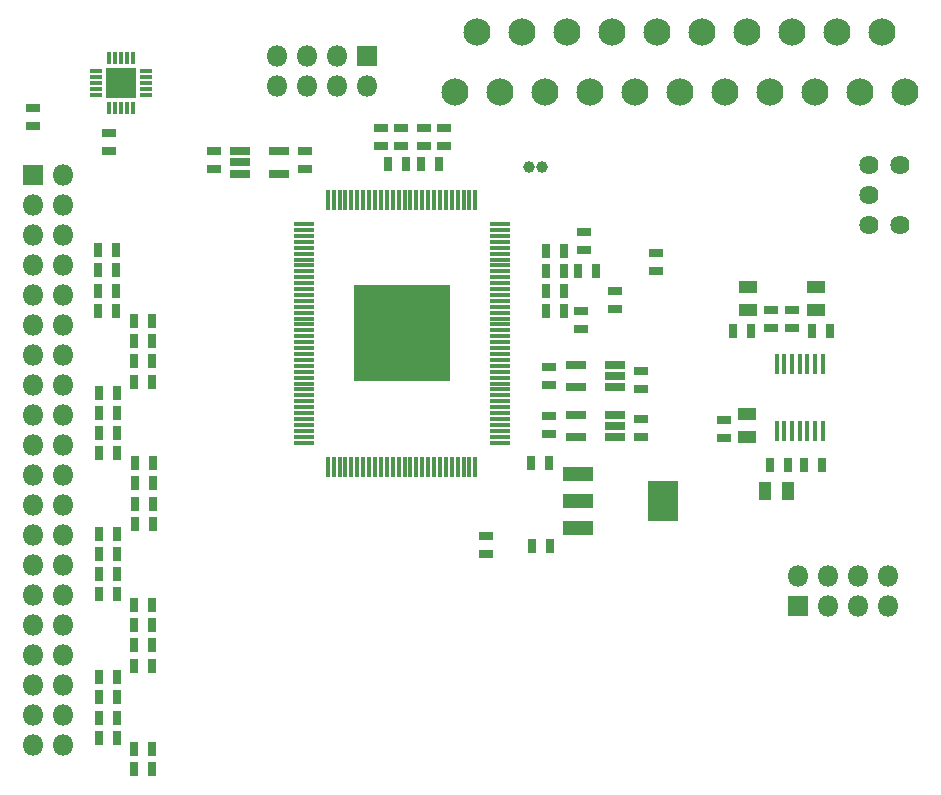
<source format=gts>
G04 #@! TF.GenerationSoftware,KiCad,Pcbnew,5.0.1+dfsg1-3*
G04 #@! TF.CreationDate,2018-12-17T22:42:35+02:00*
G04 #@! TF.ProjectId,isl_board,69736C5F626F6172642E6B696361645F,rev?*
G04 #@! TF.SameCoordinates,Original*
G04 #@! TF.FileFunction,Soldermask,Top*
G04 #@! TF.FilePolarity,Negative*
%FSLAX46Y46*%
G04 Gerber Fmt 4.6, Leading zero omitted, Abs format (unit mm)*
G04 Created by KiCad (PCBNEW 5.0.1+dfsg1-3) date 2018-12-17T22:42:35 EET*
%MOMM*%
%LPD*%
G01*
G04 APERTURE LIST*
%ADD10C,2.301600*%
%ADD11R,1.498600X0.990600*%
%ADD12R,0.990600X1.498600*%
%ADD13C,1.625600*%
%ADD14R,1.244600X0.736600*%
%ADD15R,0.736600X1.244600*%
%ADD16R,1.801600X1.801600*%
%ADD17O,1.801600X1.801600*%
%ADD18R,0.457200X1.778000*%
%ADD19C,2.351600*%
%ADD20R,1.101600X0.401600*%
%ADD21R,0.401600X1.101600*%
%ADD22R,2.601600X2.601600*%
%ADD23R,2.501600X1.301600*%
%ADD24R,2.501600X3.401600*%
%ADD25R,1.661600X0.751600*%
%ADD26C,1.001600*%
%ADD27R,0.401600X1.701600*%
%ADD28R,1.701600X0.401600*%
%ADD29R,8.101600X8.101600*%
%ADD30C,1.101600*%
G04 APERTURE END LIST*
D10*
G04 #@! TO.C,J4*
X58250000Y-30500000D03*
X60155000Y-35580000D03*
X62060000Y-30500000D03*
X63965000Y-35580000D03*
X65870000Y-30500000D03*
X67775000Y-35580000D03*
X69680000Y-30500000D03*
X71585000Y-35580000D03*
X73490000Y-30500000D03*
X75395000Y-35580000D03*
X77300000Y-30500000D03*
X79205000Y-35580000D03*
X92540000Y-30500000D03*
X83015000Y-35580000D03*
X81110000Y-30500000D03*
X86825000Y-35580000D03*
X84920000Y-30500000D03*
X90635000Y-35580000D03*
X88730000Y-30500000D03*
X94445000Y-35580000D03*
X56345000Y-35580000D03*
G04 #@! TD*
D11*
G04 #@! TO.C,C50*
X86930000Y-52107500D03*
X86930000Y-54012500D03*
G04 #@! TD*
G04 #@! TO.C,C49*
X81150000Y-53982500D03*
X81150000Y-52077500D03*
G04 #@! TD*
G04 #@! TO.C,C45*
X81090000Y-62847500D03*
X81090000Y-64752500D03*
G04 #@! TD*
D12*
G04 #@! TO.C,C46*
X84512500Y-69320000D03*
X82607500Y-69320000D03*
G04 #@! TD*
D13*
G04 #@! TO.C,J3*
X91390000Y-41710000D03*
X91390000Y-44250000D03*
X91390000Y-46790000D03*
X94015000Y-46790000D03*
X94015000Y-41710000D03*
G04 #@! TD*
D14*
G04 #@! TO.C,R38*
X58960000Y-74702000D03*
X58960000Y-73178000D03*
G04 #@! TD*
D15*
G04 #@! TO.C,R25*
X26208000Y-61000000D03*
X27732000Y-61000000D03*
G04 #@! TD*
G04 #@! TO.C,R21*
X29238000Y-72120000D03*
X30762000Y-72120000D03*
G04 #@! TD*
G04 #@! TO.C,R23*
X29238000Y-66990000D03*
X30762000Y-66990000D03*
G04 #@! TD*
G04 #@! TO.C,R34*
X29208000Y-58360000D03*
X30732000Y-58360000D03*
G04 #@! TD*
G04 #@! TO.C,R27*
X29208000Y-56650000D03*
X30732000Y-56650000D03*
G04 #@! TD*
G04 #@! TO.C,R31*
X29238000Y-70410000D03*
X30762000Y-70410000D03*
G04 #@! TD*
G04 #@! TO.C,R22*
X29238000Y-68700000D03*
X30762000Y-68700000D03*
G04 #@! TD*
G04 #@! TO.C,R32*
X26208000Y-66130000D03*
X27732000Y-66130000D03*
G04 #@! TD*
G04 #@! TO.C,R33*
X26208000Y-62710000D03*
X27732000Y-62710000D03*
G04 #@! TD*
G04 #@! TO.C,R24*
X26208000Y-64420000D03*
X27732000Y-64420000D03*
G04 #@! TD*
G04 #@! TO.C,R28*
X29208000Y-54940000D03*
X30732000Y-54940000D03*
G04 #@! TD*
G04 #@! TO.C,R26*
X29208000Y-60070000D03*
X30732000Y-60070000D03*
G04 #@! TD*
D16*
G04 #@! TO.C,J2*
X85400000Y-79050000D03*
D17*
X85400000Y-76510000D03*
X87940000Y-79050000D03*
X87940000Y-76510000D03*
X90480000Y-79050000D03*
X90480000Y-76510000D03*
X93020000Y-79050000D03*
X93020000Y-76510000D03*
G04 #@! TD*
D14*
G04 #@! TO.C,R48*
X20630000Y-38444000D03*
X20630000Y-36920000D03*
G04 #@! TD*
D17*
G04 #@! TO.C,J5*
X41250000Y-35040000D03*
X41250000Y-32500000D03*
X43790000Y-35040000D03*
X43790000Y-32500000D03*
X46330000Y-35040000D03*
X46330000Y-32500000D03*
X48870000Y-35040000D03*
D16*
X48870000Y-32500000D03*
G04 #@! TD*
D18*
G04 #@! TO.C,U7*
X83589999Y-64259400D03*
X84240000Y-64259400D03*
X84890001Y-64259400D03*
X85540000Y-64259400D03*
X86189999Y-64259400D03*
X86840000Y-64259400D03*
X87489999Y-64259400D03*
X87490001Y-58620600D03*
X86840000Y-58620600D03*
X86190001Y-58620600D03*
X85540000Y-58620600D03*
X84890001Y-58620600D03*
X84240000Y-58620600D03*
X83590001Y-58620600D03*
G04 #@! TD*
D14*
G04 #@! TO.C,C42*
X79140000Y-63328000D03*
X79140000Y-64852000D03*
G04 #@! TD*
D15*
G04 #@! TO.C,C44*
X87432000Y-67130000D03*
X85908000Y-67130000D03*
G04 #@! TD*
G04 #@! TO.C,C43*
X83048000Y-67130000D03*
X84572000Y-67130000D03*
G04 #@! TD*
D14*
G04 #@! TO.C,C51*
X27090000Y-40522000D03*
X27090000Y-38998000D03*
G04 #@! TD*
D15*
G04 #@! TO.C,C48*
X88102000Y-55800000D03*
X86578000Y-55800000D03*
G04 #@! TD*
G04 #@! TO.C,C47*
X81442000Y-55770000D03*
X79918000Y-55770000D03*
G04 #@! TD*
D14*
G04 #@! TO.C,R46*
X83130000Y-54008000D03*
X83130000Y-55532000D03*
G04 #@! TD*
G04 #@! TO.C,R47*
X84920000Y-55532000D03*
X84920000Y-54008000D03*
G04 #@! TD*
D19*
G04 #@! TO.C,U6*
X28090053Y-34782843D03*
D20*
X25975053Y-35782843D03*
X25975053Y-35282843D03*
X25975053Y-34782843D03*
X25975053Y-34282843D03*
X25975053Y-33782843D03*
D21*
X27090053Y-32667843D03*
X27590053Y-32667843D03*
X28090053Y-32667843D03*
X28590053Y-32667843D03*
X29090053Y-32667843D03*
D20*
X30205053Y-33782843D03*
X30205053Y-34282843D03*
X30205053Y-34782843D03*
X30205053Y-35282843D03*
X30205053Y-35782843D03*
D21*
X29090053Y-36897843D03*
X28590053Y-36897843D03*
X28090053Y-36897843D03*
X27590053Y-36897843D03*
X27090053Y-36897843D03*
D22*
X28090053Y-34782843D03*
G04 #@! TD*
D14*
G04 #@! TO.C,C1*
X72120000Y-64752000D03*
X72120000Y-63228000D03*
G04 #@! TD*
G04 #@! TO.C,C2*
X72090000Y-60732000D03*
X72090000Y-59208000D03*
G04 #@! TD*
G04 #@! TO.C,C3*
X35930000Y-40568000D03*
X35930000Y-42092000D03*
G04 #@! TD*
D15*
G04 #@! TO.C,C4*
X64312000Y-66960000D03*
X62788000Y-66960000D03*
G04 #@! TD*
G04 #@! TO.C,C5*
X64382000Y-73990000D03*
X62858000Y-73990000D03*
G04 #@! TD*
D14*
G04 #@! TO.C,C6*
X64290000Y-64542000D03*
X64290000Y-63018000D03*
G04 #@! TD*
G04 #@! TO.C,C7*
X64300000Y-60352000D03*
X64300000Y-58828000D03*
G04 #@! TD*
G04 #@! TO.C,C8*
X43640000Y-40548000D03*
X43640000Y-42072000D03*
G04 #@! TD*
D15*
G04 #@! TO.C,C13*
X64048000Y-54110000D03*
X65572000Y-54110000D03*
G04 #@! TD*
G04 #@! TO.C,C20*
X68322000Y-50690000D03*
X66798000Y-50690000D03*
G04 #@! TD*
G04 #@! TO.C,C22*
X65572000Y-52400000D03*
X64048000Y-52400000D03*
G04 #@! TD*
G04 #@! TO.C,C23*
X65572000Y-48980000D03*
X64048000Y-48980000D03*
G04 #@! TD*
D14*
G04 #@! TO.C,C27*
X50080000Y-38588000D03*
X50080000Y-40112000D03*
G04 #@! TD*
G04 #@! TO.C,C30*
X55440000Y-38598000D03*
X55440000Y-40122000D03*
G04 #@! TD*
D16*
G04 #@! TO.C,J1*
X20630000Y-42600000D03*
D17*
X23170000Y-42600000D03*
X20630000Y-45140000D03*
X23170000Y-45140000D03*
X20630000Y-47680000D03*
X23170000Y-47680000D03*
X20630000Y-50220000D03*
X23170000Y-50220000D03*
X20630000Y-52760000D03*
X23170000Y-52760000D03*
X20630000Y-55300000D03*
X23170000Y-55300000D03*
X20630000Y-57840000D03*
X23170000Y-57840000D03*
X20630000Y-60380000D03*
X23170000Y-60380000D03*
X20630000Y-62920000D03*
X23170000Y-62920000D03*
X20630000Y-65460000D03*
X23170000Y-65460000D03*
X20630000Y-68000000D03*
X23170000Y-68000000D03*
X20630000Y-70540000D03*
X23170000Y-70540000D03*
X20630000Y-73080000D03*
X23170000Y-73080000D03*
X20630000Y-75620000D03*
X23170000Y-75620000D03*
X20630000Y-78160000D03*
X23170000Y-78160000D03*
X20630000Y-80700000D03*
X23170000Y-80700000D03*
X20630000Y-83240000D03*
X23170000Y-83240000D03*
X20630000Y-85780000D03*
X23170000Y-85780000D03*
X20630000Y-88320000D03*
X23170000Y-88320000D03*
X20630000Y-90860000D03*
X23170000Y-90860000D03*
G04 #@! TD*
D15*
G04 #@! TO.C,R1*
X65572000Y-50690000D03*
X64048000Y-50690000D03*
G04 #@! TD*
G04 #@! TO.C,R2*
X29138000Y-92850000D03*
X30662000Y-92850000D03*
G04 #@! TD*
G04 #@! TO.C,R3*
X29138000Y-91140000D03*
X30662000Y-91140000D03*
G04 #@! TD*
G04 #@! TO.C,R4*
X26198000Y-90240000D03*
X27722000Y-90240000D03*
G04 #@! TD*
G04 #@! TO.C,R5*
X26198000Y-88530000D03*
X27722000Y-88530000D03*
G04 #@! TD*
G04 #@! TO.C,R6*
X26198000Y-86820000D03*
X27722000Y-86820000D03*
G04 #@! TD*
G04 #@! TO.C,R7*
X26198000Y-85110000D03*
X27722000Y-85110000D03*
G04 #@! TD*
D14*
G04 #@! TO.C,R8*
X51810000Y-38588000D03*
X51810000Y-40112000D03*
G04 #@! TD*
D15*
G04 #@! TO.C,R9*
X52222000Y-41640000D03*
X50698000Y-41640000D03*
G04 #@! TD*
G04 #@! TO.C,R11*
X29178000Y-84130000D03*
X30702000Y-84130000D03*
G04 #@! TD*
G04 #@! TO.C,R12*
X29178000Y-82410000D03*
X30702000Y-82410000D03*
G04 #@! TD*
D14*
G04 #@! TO.C,R13*
X53720000Y-38598000D03*
X53720000Y-40122000D03*
G04 #@! TD*
D15*
G04 #@! TO.C,R14*
X53448000Y-41640000D03*
X54972000Y-41640000D03*
G04 #@! TD*
G04 #@! TO.C,R15*
X29178000Y-80690000D03*
X30702000Y-80690000D03*
G04 #@! TD*
G04 #@! TO.C,R16*
X29178000Y-78980000D03*
X30702000Y-78980000D03*
G04 #@! TD*
G04 #@! TO.C,R17*
X26208000Y-78100000D03*
X27732000Y-78100000D03*
G04 #@! TD*
G04 #@! TO.C,R18*
X26208000Y-76390000D03*
X27732000Y-76390000D03*
G04 #@! TD*
G04 #@! TO.C,R19*
X26208000Y-74680000D03*
X27732000Y-74680000D03*
G04 #@! TD*
G04 #@! TO.C,R20*
X26208000Y-72970000D03*
X27732000Y-72970000D03*
G04 #@! TD*
G04 #@! TO.C,R29*
X26168000Y-52370000D03*
X27692000Y-52370000D03*
G04 #@! TD*
G04 #@! TO.C,R30*
X26168000Y-48950000D03*
X27692000Y-48950000D03*
G04 #@! TD*
G04 #@! TO.C,R35*
X26168000Y-54080000D03*
X27692000Y-54080000D03*
G04 #@! TD*
G04 #@! TO.C,R36*
X26168000Y-50660000D03*
X27692000Y-50660000D03*
G04 #@! TD*
D14*
G04 #@! TO.C,R41*
X67040000Y-54098000D03*
X67040000Y-55622000D03*
G04 #@! TD*
G04 #@! TO.C,R42*
X69860000Y-52398000D03*
X69860000Y-53922000D03*
G04 #@! TD*
G04 #@! TO.C,R43*
X73360000Y-50682000D03*
X73360000Y-49158000D03*
G04 #@! TD*
G04 #@! TO.C,R44*
X67250000Y-48972000D03*
X67250000Y-47448000D03*
G04 #@! TD*
D23*
G04 #@! TO.C,U1*
X66780000Y-70210000D03*
X66780000Y-67910000D03*
X66780000Y-72510000D03*
D24*
X73980000Y-70210000D03*
G04 #@! TD*
D25*
G04 #@! TO.C,U2*
X69920000Y-64770000D03*
X69920000Y-63820000D03*
X69920000Y-62870000D03*
X66620000Y-62870000D03*
X66620000Y-64770000D03*
G04 #@! TD*
G04 #@! TO.C,U3*
X69920000Y-60530000D03*
X69920000Y-59580000D03*
X69920000Y-58630000D03*
X66620000Y-58630000D03*
X66620000Y-60530000D03*
G04 #@! TD*
G04 #@! TO.C,U4*
X38130000Y-40560000D03*
X38130000Y-41510000D03*
X38130000Y-42460000D03*
X41430000Y-42460000D03*
X41430000Y-40560000D03*
G04 #@! TD*
D26*
G04 #@! TO.C,Y1*
X63750000Y-41910000D03*
X62650000Y-41910000D03*
G04 #@! TD*
D27*
G04 #@! TO.C,U5*
X50580000Y-67290000D03*
X50080000Y-67290000D03*
X49580000Y-67290000D03*
X49080000Y-67290000D03*
X48580000Y-67290000D03*
X48080000Y-67290000D03*
X47580000Y-67290000D03*
X47080000Y-67290000D03*
X46580000Y-67290000D03*
X46080000Y-67290000D03*
X45580000Y-67290000D03*
D28*
X43530000Y-50240000D03*
X43530000Y-49740000D03*
X43530000Y-49240000D03*
X43530000Y-48740000D03*
X43530000Y-48240000D03*
X43530000Y-47740000D03*
X43530000Y-47240000D03*
X43530000Y-46740000D03*
D27*
X57080000Y-44690000D03*
X57580000Y-44690000D03*
X58080000Y-44690000D03*
D28*
X60130000Y-46740000D03*
X60130000Y-47240000D03*
X60130000Y-65240000D03*
X60130000Y-64740000D03*
X60130000Y-64240000D03*
X60130000Y-63740000D03*
X60130000Y-63240000D03*
X60130000Y-62740000D03*
X60130000Y-62240000D03*
X60130000Y-61740000D03*
X60130000Y-61240000D03*
X60130000Y-60740000D03*
X60130000Y-60240000D03*
X60130000Y-59740000D03*
X60130000Y-59240000D03*
X60130000Y-58740000D03*
X60130000Y-58240000D03*
X60130000Y-57740000D03*
X60130000Y-57240000D03*
X60130000Y-56740000D03*
X60130000Y-56240000D03*
X60130000Y-55740000D03*
X60130000Y-55240000D03*
X60130000Y-54740000D03*
X60130000Y-54240000D03*
X60130000Y-53740000D03*
X60130000Y-53240000D03*
X60130000Y-52740000D03*
X60130000Y-52240000D03*
X60130000Y-51740000D03*
X60130000Y-51240000D03*
X60130000Y-50740000D03*
X60130000Y-50240000D03*
X60130000Y-49740000D03*
X60130000Y-49240000D03*
X60130000Y-48740000D03*
X60130000Y-48240000D03*
X60130000Y-47740000D03*
D27*
X56580000Y-44690000D03*
X56080000Y-44690000D03*
X55580000Y-44690000D03*
X55080000Y-44690000D03*
X54580000Y-44690000D03*
X54080000Y-44690000D03*
X53580000Y-44690000D03*
X53080000Y-44690000D03*
X52580000Y-44690000D03*
X52080000Y-44690000D03*
X51580000Y-44690000D03*
X51080000Y-44690000D03*
X50580000Y-44690000D03*
X50080000Y-44690000D03*
X49580000Y-44690000D03*
X49080000Y-44690000D03*
X48580000Y-44690000D03*
X48080000Y-44690000D03*
X47580000Y-44690000D03*
X47080000Y-44690000D03*
X46580000Y-44690000D03*
X46080000Y-44690000D03*
X45580000Y-44690000D03*
D28*
X43530000Y-50740000D03*
X43530000Y-51240000D03*
X43530000Y-51740000D03*
X43530000Y-52240000D03*
X43530000Y-52740000D03*
X43530000Y-53240000D03*
X43530000Y-53740000D03*
X43530000Y-54240000D03*
X43530000Y-54740000D03*
X43530000Y-55240000D03*
X43530000Y-55740000D03*
X43530000Y-56240000D03*
X43530000Y-56740000D03*
X43530000Y-57240000D03*
X43530000Y-57740000D03*
X43530000Y-58240000D03*
X43530000Y-58740000D03*
X43530000Y-59240000D03*
X43530000Y-59740000D03*
X43530000Y-60240000D03*
X43530000Y-60740000D03*
X43530000Y-61240000D03*
X43530000Y-61740000D03*
X43530000Y-62240000D03*
X43530000Y-62740000D03*
X43530000Y-63240000D03*
X43530000Y-63740000D03*
X43530000Y-64240000D03*
X43530000Y-64740000D03*
X43530000Y-65240000D03*
D27*
X51080000Y-67290000D03*
X51580000Y-67290000D03*
X52080000Y-67290000D03*
X52580000Y-67290000D03*
X53080000Y-67290000D03*
X53580000Y-67290000D03*
X54080000Y-67290000D03*
X54580000Y-67290000D03*
X55080000Y-67290000D03*
X55580000Y-67290000D03*
X56080000Y-67290000D03*
X56580000Y-67290000D03*
X57080000Y-67290000D03*
X57580000Y-67290000D03*
X58080000Y-67290000D03*
D29*
X51830000Y-55990000D03*
D30*
X55058340Y-59215800D03*
X53758340Y-59215800D03*
X52458340Y-59215800D03*
X51158340Y-59215800D03*
X49858340Y-59215800D03*
X48558340Y-59215800D03*
X55058340Y-57915800D03*
X53758340Y-57915800D03*
X52458340Y-57915800D03*
X51158340Y-57915800D03*
X49858340Y-57915800D03*
X48558340Y-57915800D03*
X55058340Y-56615800D03*
X53758340Y-56615800D03*
X52458340Y-56615800D03*
X51158340Y-56615800D03*
X49858340Y-56615800D03*
X48558340Y-56615800D03*
X55058340Y-55315800D03*
X53758340Y-55315800D03*
X52458340Y-55315800D03*
X51158340Y-55315800D03*
X49858340Y-55315800D03*
X48558340Y-55315800D03*
X55058340Y-54015800D03*
X53758340Y-54015800D03*
X52458340Y-54015800D03*
X51158340Y-54015800D03*
X49858340Y-54015800D03*
X48558340Y-54015800D03*
X55058340Y-52715800D03*
X53758340Y-52715800D03*
X52458340Y-52715800D03*
X51158340Y-52715800D03*
X49858340Y-52715800D03*
X48558340Y-52715800D03*
G04 #@! TD*
M02*

</source>
